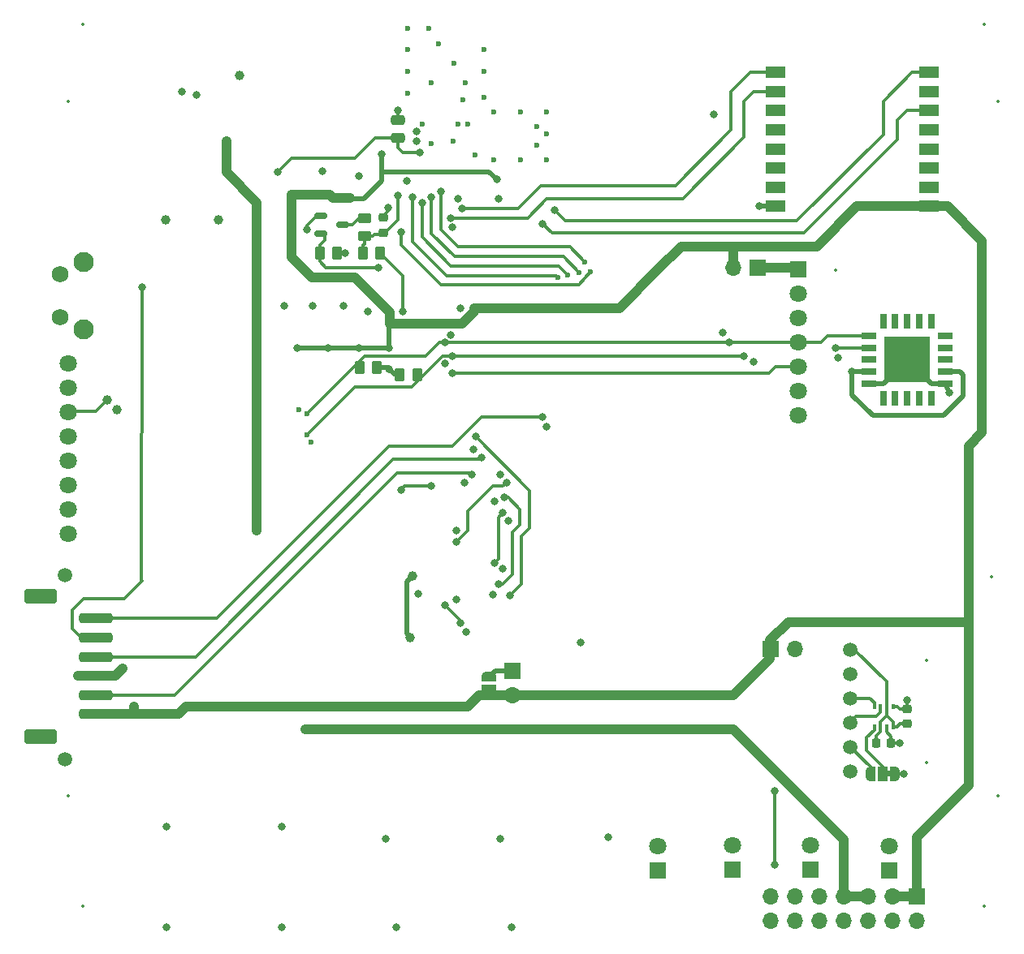
<source format=gbl>
%TF.GenerationSoftware,KiCad,Pcbnew,7.0.9*%
%TF.CreationDate,2024-07-22T23:00:39+02:00*%
%TF.ProjectId,EnvSensor-Main-v2.1,456e7653-656e-4736-9f72-2d4d61696e2d,rev?*%
%TF.SameCoordinates,Original*%
%TF.FileFunction,Copper,L4,Bot*%
%TF.FilePolarity,Positive*%
%FSLAX46Y46*%
G04 Gerber Fmt 4.6, Leading zero omitted, Abs format (unit mm)*
G04 Created by KiCad (PCBNEW 7.0.9) date 2024-07-22 23:00:39*
%MOMM*%
%LPD*%
G01*
G04 APERTURE LIST*
G04 Aperture macros list*
%AMRoundRect*
0 Rectangle with rounded corners*
0 $1 Rounding radius*
0 $2 $3 $4 $5 $6 $7 $8 $9 X,Y pos of 4 corners*
0 Add a 4 corners polygon primitive as box body*
4,1,4,$2,$3,$4,$5,$6,$7,$8,$9,$2,$3,0*
0 Add four circle primitives for the rounded corners*
1,1,$1+$1,$2,$3*
1,1,$1+$1,$4,$5*
1,1,$1+$1,$6,$7*
1,1,$1+$1,$8,$9*
0 Add four rect primitives between the rounded corners*
20,1,$1+$1,$2,$3,$4,$5,0*
20,1,$1+$1,$4,$5,$6,$7,0*
20,1,$1+$1,$6,$7,$8,$9,0*
20,1,$1+$1,$8,$9,$2,$3,0*%
%AMFreePoly0*
4,1,19,0.550000,-0.750000,0.000000,-0.750000,0.000000,-0.744911,-0.071157,-0.744911,-0.207708,-0.704816,-0.327430,-0.627875,-0.420627,-0.520320,-0.479746,-0.390866,-0.500000,-0.250000,-0.500000,0.250000,-0.479746,0.390866,-0.420627,0.520320,-0.327430,0.627875,-0.207708,0.704816,-0.071157,0.744911,0.000000,0.744911,0.000000,0.750000,0.550000,0.750000,0.550000,-0.750000,0.550000,-0.750000,
$1*%
%AMFreePoly1*
4,1,19,0.000000,0.744911,0.071157,0.744911,0.207708,0.704816,0.327430,0.627875,0.420627,0.520320,0.479746,0.390866,0.500000,0.250000,0.500000,-0.250000,0.479746,-0.390866,0.420627,-0.520320,0.327430,-0.627875,0.207708,-0.704816,0.071157,-0.744911,0.000000,-0.744911,0.000000,-0.750000,-0.550000,-0.750000,-0.550000,0.750000,0.000000,0.750000,0.000000,0.744911,0.000000,0.744911,
$1*%
%AMFreePoly2*
4,1,19,0.500000,-0.750000,0.000000,-0.750000,0.000000,-0.744911,-0.071157,-0.744911,-0.207708,-0.704816,-0.327430,-0.627875,-0.420627,-0.520320,-0.479746,-0.390866,-0.500000,-0.250000,-0.500000,0.250000,-0.479746,0.390866,-0.420627,0.520320,-0.327430,0.627875,-0.207708,0.704816,-0.071157,0.744911,0.000000,0.744911,0.000000,0.750000,0.500000,0.750000,0.500000,-0.750000,0.500000,-0.750000,
$1*%
%AMFreePoly3*
4,1,19,0.000000,0.744911,0.071157,0.744911,0.207708,0.704816,0.327430,0.627875,0.420627,0.520320,0.479746,0.390866,0.500000,0.250000,0.500000,-0.250000,0.479746,-0.390866,0.420627,-0.520320,0.327430,-0.627875,0.207708,-0.704816,0.071157,-0.744911,0.000000,-0.744911,0.000000,-0.750000,-0.500000,-0.750000,-0.500000,0.750000,0.000000,0.750000,0.000000,0.744911,0.000000,0.744911,
$1*%
G04 Aperture macros list end*
%TA.AperFunction,ComponentPad*%
%ADD10R,1.700000X1.700000*%
%TD*%
%TA.AperFunction,ComponentPad*%
%ADD11O,1.700000X1.700000*%
%TD*%
%TA.AperFunction,ComponentPad*%
%ADD12R,1.800000X1.800000*%
%TD*%
%TA.AperFunction,ComponentPad*%
%ADD13C,1.800000*%
%TD*%
%TA.AperFunction,ComponentPad*%
%ADD14C,1.500000*%
%TD*%
%TA.AperFunction,ComponentPad*%
%ADD15C,2.100000*%
%TD*%
%TA.AperFunction,ComponentPad*%
%ADD16C,1.750000*%
%TD*%
%TA.AperFunction,SMDPad,CuDef*%
%ADD17RoundRect,0.150000X-0.512500X-0.150000X0.512500X-0.150000X0.512500X0.150000X-0.512500X0.150000X0*%
%TD*%
%TA.AperFunction,SMDPad,CuDef*%
%ADD18R,0.350000X0.500000*%
%TD*%
%TA.AperFunction,SMDPad,CuDef*%
%ADD19FreePoly0,180.000000*%
%TD*%
%TA.AperFunction,SMDPad,CuDef*%
%ADD20R,1.000000X1.500000*%
%TD*%
%TA.AperFunction,SMDPad,CuDef*%
%ADD21FreePoly1,180.000000*%
%TD*%
%TA.AperFunction,SMDPad,CuDef*%
%ADD22RoundRect,0.250000X0.262500X0.450000X-0.262500X0.450000X-0.262500X-0.450000X0.262500X-0.450000X0*%
%TD*%
%TA.AperFunction,SMDPad,CuDef*%
%ADD23FreePoly2,90.000000*%
%TD*%
%TA.AperFunction,SMDPad,CuDef*%
%ADD24FreePoly3,90.000000*%
%TD*%
%TA.AperFunction,SMDPad,CuDef*%
%ADD25RoundRect,0.250000X0.450000X-0.262500X0.450000X0.262500X-0.450000X0.262500X-0.450000X-0.262500X0*%
%TD*%
%TA.AperFunction,SMDPad,CuDef*%
%ADD26RoundRect,0.250000X-0.475000X0.250000X-0.475000X-0.250000X0.475000X-0.250000X0.475000X0.250000X0*%
%TD*%
%TA.AperFunction,SMDPad,CuDef*%
%ADD27RoundRect,0.225000X0.250000X-0.225000X0.250000X0.225000X-0.250000X0.225000X-0.250000X-0.225000X0*%
%TD*%
%TA.AperFunction,SMDPad,CuDef*%
%ADD28RoundRect,0.250000X-0.262500X-0.450000X0.262500X-0.450000X0.262500X0.450000X-0.262500X0.450000X0*%
%TD*%
%TA.AperFunction,SMDPad,CuDef*%
%ADD29RoundRect,0.250000X1.500000X-0.250000X1.500000X0.250000X-1.500000X0.250000X-1.500000X-0.250000X0*%
%TD*%
%TA.AperFunction,SMDPad,CuDef*%
%ADD30RoundRect,0.250001X1.449999X-0.499999X1.449999X0.499999X-1.449999X0.499999X-1.449999X-0.499999X0*%
%TD*%
%TA.AperFunction,SMDPad,CuDef*%
%ADD31R,0.800000X1.500000*%
%TD*%
%TA.AperFunction,SMDPad,CuDef*%
%ADD32R,1.500000X0.800000*%
%TD*%
%TA.AperFunction,SMDPad,CuDef*%
%ADD33R,4.800000X4.800000*%
%TD*%
%TA.AperFunction,SMDPad,CuDef*%
%ADD34RoundRect,0.225000X-0.225000X-0.250000X0.225000X-0.250000X0.225000X0.250000X-0.225000X0.250000X0*%
%TD*%
%TA.AperFunction,SMDPad,CuDef*%
%ADD35R,2.000000X1.200000*%
%TD*%
%TA.AperFunction,ViaPad*%
%ADD36C,0.800000*%
%TD*%
%TA.AperFunction,ViaPad*%
%ADD37C,1.000000*%
%TD*%
%TA.AperFunction,ViaPad*%
%ADD38C,0.600000*%
%TD*%
%TA.AperFunction,Conductor*%
%ADD39C,1.000000*%
%TD*%
%TA.AperFunction,Conductor*%
%ADD40C,0.500000*%
%TD*%
%TA.AperFunction,Conductor*%
%ADD41C,0.300000*%
%TD*%
%ADD42C,0.350000*%
%ADD43C,0.300000*%
G04 APERTURE END LIST*
%TA.AperFunction,EtchedComponent*%
%TO.C,JP3*%
G36*
X108350000Y-102500000D02*
G01*
X107850000Y-102500000D01*
X107850000Y-101900000D01*
X108350000Y-101900000D01*
X108350000Y-102500000D01*
G37*
%TD.AperFunction*%
%TD*%
D10*
%TO.P,J1,1,Pin_1*%
%TO.N,+3V3*%
X95725000Y-89175000D03*
D11*
%TO.P,J1,2,Pin_2*%
%TO.N,/BMP280_VCC*%
X98265000Y-89175000D03*
%TD*%
D10*
%TO.P,J4,1,Pin_1*%
%TO.N,Net-(J4-Pin_1)*%
X68800000Y-91460000D03*
D11*
%TO.P,J4,2,Pin_2*%
%TO.N,+3V3*%
X68800000Y-94000000D03*
%TD*%
D12*
%TO.P,D2,1,K*%
%TO.N,GND*%
X84000000Y-112275000D03*
D13*
%TO.P,D2,2,A*%
%TO.N,Net-(D1-A)*%
X84000000Y-109735000D03*
%TD*%
D14*
%TO.P,H5,1*%
%TO.N,N/C*%
X22200000Y-100700000D03*
%TD*%
D15*
%TO.P,SW1,*%
%TO.N,*%
X24165000Y-55800000D03*
X24165000Y-48790000D03*
D16*
%TO.P,SW1,1,1*%
%TO.N,GND*%
X21675000Y-54550000D03*
%TO.P,SW1,2,2*%
%TO.N,NRST*%
X21675000Y-50050000D03*
%TD*%
D12*
%TO.P,D4,1,K*%
%TO.N,GND*%
X91800000Y-112200000D03*
D13*
%TO.P,D4,2,A*%
%TO.N,Net-(D3-A)*%
X91800000Y-109660000D03*
%TD*%
D14*
%TO.P,H6,1*%
%TO.N,N/C*%
X22200000Y-81500000D03*
%TD*%
D13*
%TO.P,U7,8,BUSY*%
%TO.N,E_INK_BUSY*%
X22500000Y-77180000D03*
%TO.P,U7,7,RST*%
%TO.N,E_INK_RESET*%
X22500000Y-74640000D03*
%TO.P,U7,6,DC*%
%TO.N,E_INK_DC*%
X22500000Y-72100000D03*
%TO.P,U7,5,CS*%
%TO.N,E_INK_SELECT*%
X22500000Y-69560000D03*
%TO.P,U7,4,CLK*%
%TO.N,SCK*%
X22500000Y-67020000D03*
%TO.P,U7,3,DIN*%
%TO.N,MOSI*%
X22500000Y-64480000D03*
%TO.P,U7,2,GND*%
%TO.N,GND*%
X22500000Y-61940000D03*
%TO.P,U7,1,VDD*%
%TO.N,+3V3*%
X22500000Y-59400000D03*
%TD*%
D10*
%TO.P,J2,1,Pin_1*%
%TO.N,/SCD_POWER*%
X94400000Y-49400000D03*
D11*
%TO.P,J2,2,Pin_2*%
%TO.N,+3V3*%
X91860000Y-49400000D03*
%TD*%
D12*
%TO.P,D6,1,K*%
%TO.N,GND*%
X99912500Y-112200000D03*
D13*
%TO.P,D6,2,A*%
%TO.N,Net-(D5-A)*%
X99912500Y-109660000D03*
%TD*%
D12*
%TO.P,D8,1,K*%
%TO.N,GND*%
X108136250Y-112275000D03*
D13*
%TO.P,D8,2,A*%
%TO.N,Net-(D7-A)*%
X108136250Y-109735000D03*
%TD*%
D17*
%TO.P,Q2,1,G*%
%TO.N,BATTERY_MEASURE_ENABLE*%
X48860000Y-45850000D03*
%TO.P,Q2,2,S*%
%TO.N,GND*%
X48860000Y-43950000D03*
%TO.P,Q2,3,D*%
%TO.N,Net-(Q2-D)*%
X51135000Y-44900000D03*
%TD*%
D18*
%TO.P,U2,1,GND*%
%TO.N,GND*%
X108500000Y-95225000D03*
%TO.P,U2,2,CSB*%
%TO.N,/BMP280_VCC*%
X107850000Y-95225000D03*
%TO.P,U2,3,SDI*%
%TO.N,SDA*%
X107200000Y-95225000D03*
%TO.P,U2,4,SCK*%
%TO.N,SCL*%
X106550000Y-95225000D03*
%TO.P,U2,5,SDO*%
%TO.N,Net-(JP3-C)*%
X106550000Y-97275000D03*
%TO.P,U2,6,VDDIO*%
%TO.N,/BMP280_VCC*%
X107200000Y-97275000D03*
%TO.P,U2,7,GND*%
%TO.N,GND*%
X107850000Y-97275000D03*
%TO.P,U2,8,VDD*%
%TO.N,/BMP280_VCC*%
X108500000Y-97275000D03*
%TD*%
D19*
%TO.P,JP3,1,A*%
%TO.N,GND*%
X108750000Y-102200000D03*
D20*
%TO.P,JP3,2,C*%
%TO.N,Net-(JP3-C)*%
X107450000Y-102200000D03*
D21*
%TO.P,JP3,3,B*%
%TO.N,/BMP280_VCC*%
X106150000Y-102200000D03*
%TD*%
D22*
%TO.P,R22,1*%
%TO.N,+BATT*%
X55060000Y-47900000D03*
%TO.P,R22,2*%
%TO.N,BATTERY_MEASURE_INPUT*%
X53235000Y-47900000D03*
%TD*%
D23*
%TO.P,JP4,1,1*%
%TO.N,+3V3*%
X66400000Y-93400000D03*
D24*
%TO.P,JP4,2,2*%
%TO.N,Net-(J4-Pin_1)*%
X66400000Y-92100000D03*
%TD*%
D25*
%TO.P,R23,1*%
%TO.N,BATTERY_MEASURE_INPUT*%
X53397500Y-46062500D03*
%TO.P,R23,2*%
%TO.N,Net-(Q2-D)*%
X53397500Y-44237500D03*
%TD*%
D26*
%TO.P,C11,1*%
%TO.N,GND*%
X56897500Y-33950000D03*
%TO.P,C11,2*%
%TO.N,NRST*%
X56897500Y-35850000D03*
%TD*%
D27*
%TO.P,C22,1*%
%TO.N,BATTERY_MEASURE_INPUT*%
X55397500Y-45725000D03*
%TO.P,C22,2*%
%TO.N,GND*%
X55397500Y-44175000D03*
%TD*%
D12*
%TO.P,U3,1,VDD*%
%TO.N,/SCD_POWER*%
X98650000Y-49550000D03*
D13*
%TO.P,U3,2,GND*%
%TO.N,GND*%
X98650000Y-52090000D03*
%TO.P,U3,3,TX/SCL*%
%TO.N,SCL*%
X98650000Y-54630000D03*
%TO.P,U3,4,RX/SDA*%
%TO.N,SDA*%
X98650000Y-57170000D03*
%TO.P,U3,5,RDY*%
%TO.N,SCD30_READY*%
X98650000Y-59710000D03*
%TO.P,U3,6,PWM*%
%TO.N,unconnected-(U3-PWM-Pad6)*%
X98650000Y-62250000D03*
%TO.P,U3,7,SEL*%
%TO.N,GND*%
X98650000Y-64790000D03*
%TD*%
D28*
%TO.P,R9,1*%
%TO.N,SDA*%
X52887500Y-59800000D03*
%TO.P,R9,2*%
%TO.N,+3V3*%
X54712500Y-59800000D03*
%TD*%
D29*
%TO.P,J6,1,Pin_1*%
%TO.N,+3V3*%
X25400000Y-96000000D03*
%TO.P,J6,2,Pin_2*%
%TO.N,SWCLK*%
X25400000Y-94000000D03*
%TO.P,J6,3,Pin_3*%
%TO.N,GND*%
X25400000Y-92000000D03*
%TO.P,J6,4,Pin_4*%
%TO.N,SWDIO*%
X25400000Y-90000000D03*
%TO.P,J6,5,Pin_5*%
%TO.N,NRST*%
X25400000Y-88000000D03*
%TO.P,J6,6,Pin_6*%
%TO.N,SWO*%
X25400000Y-86000000D03*
D30*
%TO.P,J6,MP*%
%TO.N,N/C*%
X19650000Y-98350000D03*
X19650000Y-83650000D03*
%TD*%
D22*
%TO.P,R8,1*%
%TO.N,SCL*%
X58912500Y-60600000D03*
%TO.P,R8,2*%
%TO.N,+3V3*%
X57087500Y-60600000D03*
%TD*%
D31*
%TO.P,U4,1*%
%TO.N,N/C*%
X112500000Y-63000000D03*
%TO.P,U4,2*%
X111250000Y-63000000D03*
%TO.P,U4,3*%
X110000000Y-63000000D03*
%TO.P,U4,4*%
X108750000Y-63000000D03*
%TO.P,U4,5*%
X107500000Y-63000000D03*
D32*
%TO.P,U4,6,GND*%
%TO.N,GND*%
X106000000Y-61500000D03*
%TO.P,U4,7,VDD*%
%TO.N,/SCD_POWER*%
X106000000Y-60250000D03*
%TO.P,U4,8*%
%TO.N,N/C*%
X106000000Y-59000000D03*
%TO.P,U4,9,SCL*%
%TO.N,SCL*%
X106000000Y-57750000D03*
%TO.P,U4,10,SDA*%
%TO.N,SDA*%
X106000000Y-56500000D03*
D31*
%TO.P,U4,11*%
%TO.N,N/C*%
X107500000Y-55000000D03*
%TO.P,U4,12*%
X108750000Y-55000000D03*
%TO.P,U4,13*%
X110000000Y-55000000D03*
%TO.P,U4,14*%
X111250000Y-55000000D03*
%TO.P,U4,15*%
X112500000Y-55000000D03*
D32*
%TO.P,U4,16*%
X114000000Y-56500000D03*
%TO.P,U4,17*%
X114000000Y-57750000D03*
%TO.P,U4,18*%
X114000000Y-59000000D03*
%TO.P,U4,19,VDDH*%
%TO.N,/SCD_POWER*%
X114000000Y-60250000D03*
%TO.P,U4,20,GND*%
%TO.N,GND*%
X114000000Y-61500000D03*
D33*
%TO.P,U4,21,GND*%
X110000000Y-59000000D03*
%TD*%
D27*
%TO.P,C8,1*%
%TO.N,/BMP280_VCC*%
X110000000Y-97000000D03*
%TO.P,C8,2*%
%TO.N,GND*%
X110000000Y-95450000D03*
%TD*%
D34*
%TO.P,C9,1*%
%TO.N,/BMP280_VCC*%
X106750000Y-98975000D03*
%TO.P,C9,2*%
%TO.N,GND*%
X108300000Y-98975000D03*
%TD*%
D14*
%TO.P,U1,1,VDD*%
%TO.N,/BMP280_VCC*%
X104052500Y-89242500D03*
%TO.P,U1,2,GND*%
%TO.N,GND*%
X104052500Y-91782500D03*
%TO.P,U1,3,SCL*%
%TO.N,SCL*%
X104052500Y-94322500D03*
%TO.P,U1,4,SDA*%
%TO.N,SDA*%
X104052500Y-96862500D03*
%TO.P,U1,5,CSB*%
%TO.N,/BMP280_VCC*%
X104052500Y-99402500D03*
%TO.P,U1,6,SDO*%
%TO.N,GND*%
X104052500Y-101942500D03*
%TD*%
D28*
%TO.P,R24,1*%
%TO.N,BATTERY_MEASURE_ENABLE*%
X48735000Y-47900000D03*
%TO.P,R24,2*%
%TO.N,GND*%
X50560000Y-47900000D03*
%TD*%
D35*
%TO.P,U6,1,Reset*%
%TO.N,WIFI_RESET*%
X112250000Y-29000000D03*
%TO.P,U6,2,ADC*%
%TO.N,unconnected-(U6-ADC-Pad2)*%
X112250000Y-31000000D03*
%TO.P,U6,3,EN*%
%TO.N,WIFI_ENABLE*%
X112250000Y-33000000D03*
%TO.P,U6,4,IO16*%
%TO.N,unconnected-(U6-IO16-Pad4)*%
X112250000Y-35000000D03*
%TO.P,U6,5,IO14*%
%TO.N,unconnected-(U6-IO14-Pad5)*%
X112250000Y-37000000D03*
%TO.P,U6,6,IO12*%
%TO.N,unconnected-(U6-IO12-Pad6)*%
X112250000Y-39000000D03*
%TO.P,U6,7,IO13*%
%TO.N,unconnected-(U6-IO13-Pad7)*%
X112250000Y-41000000D03*
%TO.P,U6,8,VCC*%
%TO.N,+3V3*%
X112250000Y-43000000D03*
%TO.P,U6,9,GND*%
%TO.N,GND*%
X96250000Y-43000000D03*
%TO.P,U6,10,IO15*%
%TO.N,unconnected-(U6-IO15-Pad10)*%
X96250000Y-41000000D03*
%TO.P,U6,11,IO2*%
%TO.N,unconnected-(U6-IO2-Pad11)*%
X96250000Y-39000000D03*
%TO.P,U6,12,IO0*%
%TO.N,unconnected-(U6-IO0-Pad12)*%
X96250000Y-37000000D03*
%TO.P,U6,13,IO4*%
%TO.N,unconnected-(U6-IO4-Pad13)*%
X96250000Y-35000000D03*
%TO.P,U6,14,IO5*%
%TO.N,unconnected-(U6-IO5-Pad14)*%
X96250000Y-33000000D03*
%TO.P,U6,15,RXD0*%
%TO.N,WIFI_RX*%
X96250000Y-31000000D03*
%TO.P,U6,16,TXD0*%
%TO.N,WFI_TX*%
X96250000Y-29000000D03*
%TD*%
D10*
%TO.P,J8,1,Pin_1*%
%TO.N,+3V3*%
X111000000Y-115000000D03*
D11*
%TO.P,J8,2,Pin_2*%
%TO.N,GND*%
X111000000Y-117540000D03*
%TO.P,J8,3,Pin_3*%
%TO.N,+3V3*%
X108460000Y-115000000D03*
%TO.P,J8,4,Pin_4*%
%TO.N,GND*%
X108460000Y-117540000D03*
%TO.P,J8,5,Pin_5*%
%TO.N,+5V*%
X105920000Y-115000000D03*
%TO.P,J8,6,Pin_6*%
%TO.N,GND*%
X105920000Y-117540000D03*
%TO.P,J8,7,Pin_7*%
%TO.N,+5V*%
X103380000Y-115000000D03*
%TO.P,J8,8,Pin_8*%
%TO.N,GND*%
X103380000Y-117540000D03*
%TO.P,J8,9,Pin_9*%
%TO.N,POWER_5V_ENABLE*%
X100840000Y-115000000D03*
%TO.P,J8,10,Pin_10*%
%TO.N,GND*%
X100840000Y-117540000D03*
%TO.P,J8,11,Pin_11*%
%TO.N,+BATT*%
X98300000Y-115000000D03*
%TO.P,J8,12,Pin_12*%
%TO.N,GND*%
X98300000Y-117540000D03*
%TO.P,J8,13,Pin_13*%
%TO.N,VBUS*%
X95760000Y-115000000D03*
%TO.P,J8,14,Pin_14*%
%TO.N,GND*%
X95760000Y-117540000D03*
%TD*%
D36*
%TO.N,+3V3*%
X52397500Y-50400000D03*
X67200000Y-40200000D03*
X51897500Y-42150000D03*
D37*
X45800000Y-41800000D03*
D36*
X52800000Y-57800000D03*
X50147500Y-42150000D03*
X55197500Y-37550000D03*
X46400000Y-57800000D03*
X49600000Y-57800000D03*
X64841117Y-53600000D03*
X56000000Y-57800000D03*
X56000000Y-60000000D03*
D37*
X29400000Y-95200000D03*
D36*
%TO.N,GND*%
X109600000Y-102200000D03*
X56897500Y-33000000D03*
D38*
X72397500Y-33150000D03*
D36*
X114400000Y-62400000D03*
X90800000Y-56200000D03*
X58800000Y-35200000D03*
X109200000Y-99000000D03*
D38*
X63647500Y-31900000D03*
D37*
X27600000Y-64200000D03*
D38*
X65897500Y-26650000D03*
D36*
X57800000Y-40350000D03*
D38*
X72397500Y-35400000D03*
X57897500Y-26650000D03*
D36*
X63800000Y-71800000D03*
D38*
X46600000Y-64200000D03*
D36*
X63000000Y-84000000D03*
D38*
X63147500Y-34400000D03*
D36*
X63000000Y-76800000D03*
X72400000Y-66000000D03*
D38*
X47800000Y-67600000D03*
X71397500Y-34650000D03*
D36*
X102800000Y-58800000D03*
X67000000Y-73800000D03*
X68400000Y-75800000D03*
D38*
X66897500Y-38150000D03*
D36*
X110000000Y-94500000D03*
X49000000Y-39350000D03*
X62600000Y-45200000D03*
X34400000Y-31000000D03*
D38*
X65897500Y-31650000D03*
X61147500Y-26062500D03*
X60147500Y-24400000D03*
D36*
X51397500Y-47900000D03*
X78800000Y-108800000D03*
D38*
X71397500Y-36650000D03*
D36*
X48000000Y-53400000D03*
D38*
X60397500Y-36400000D03*
D37*
X38150000Y-44400000D03*
X28200000Y-91200000D03*
D36*
X67800000Y-80800000D03*
X58800000Y-36200000D03*
X62400000Y-56400000D03*
X94600000Y-43000000D03*
X61800000Y-59400000D03*
X94000000Y-59200000D03*
D38*
X62717000Y-28062500D03*
X69647500Y-38150000D03*
X59397500Y-34400000D03*
D36*
X55600000Y-109000000D03*
D38*
X72397500Y-38150000D03*
X57897500Y-28900000D03*
D36*
X55897500Y-43150000D03*
X68750000Y-118250000D03*
X67600000Y-109000000D03*
X67400000Y-42200000D03*
D37*
X32650000Y-44400000D03*
D36*
X64000000Y-87400000D03*
D37*
X40400000Y-29350000D03*
D38*
X65897500Y-28900000D03*
D36*
X89800000Y-33400000D03*
D38*
X57897500Y-24400000D03*
X63897500Y-30062500D03*
D36*
X56750000Y-118250000D03*
D38*
X60397500Y-30062500D03*
X64147500Y-34400000D03*
D36*
X32750000Y-118250000D03*
X53775000Y-54000000D03*
X75965000Y-88525000D03*
D38*
X66897500Y-33150000D03*
D36*
X44750000Y-118250000D03*
X64800000Y-68400000D03*
X45000000Y-53400000D03*
X47400000Y-45400000D03*
D38*
X64897500Y-37650000D03*
D36*
X51200000Y-53400000D03*
X52800000Y-39800000D03*
D38*
X57897500Y-31150000D03*
D37*
X23550000Y-92000000D03*
D36*
X44750000Y-107750000D03*
X66800000Y-83500000D03*
X32750000Y-107750000D03*
X63200000Y-42200000D03*
X35887500Y-31337500D03*
D38*
X62647500Y-36150000D03*
D36*
X58969500Y-83400000D03*
X67600000Y-71000000D03*
D38*
X69647500Y-33150000D03*
D36*
X63395217Y-53600000D03*
%TO.N,NRST*%
X44400000Y-39400000D03*
X30200000Y-51400000D03*
X59147500Y-37400000D03*
D37*
%TO.N,/SD_3V3*%
X58400000Y-81600000D03*
X58200000Y-88000000D03*
D36*
%TO.N,LED_1*%
X58400000Y-42000000D03*
D38*
X73600000Y-50400000D03*
%TO.N,LED_2*%
X74622222Y-50177778D03*
D36*
X59400000Y-42600000D03*
D38*
%TO.N,LED_3*%
X75800000Y-49900000D03*
D36*
X60400000Y-42000000D03*
D38*
%TO.N,LED_4*%
X76400000Y-48800000D03*
D36*
X61400000Y-41400000D03*
%TO.N,/SCD_POWER*%
X104250000Y-60250000D03*
D37*
%TO.N,+5V*%
X42200000Y-76800000D03*
X39000000Y-36200000D03*
X47200000Y-97600000D03*
D36*
%TO.N,SDIO_DATA3*%
X68200000Y-71800000D03*
X63000000Y-78000000D03*
%TO.N,SDIO_CMD*%
X67800000Y-75000000D03*
X67000000Y-80200000D03*
%TO.N,SDIO_CLK*%
X67400000Y-82400000D03*
X67975000Y-73375000D03*
%TO.N,SDIO_DATA1*%
X61800000Y-84600000D03*
X63400000Y-86502817D03*
%TO.N,SDIO_DETECT*%
X65000000Y-67000000D03*
X68600000Y-83600000D03*
%TO.N,SWCLK*%
X64600000Y-71000000D03*
%TO.N,SWDIO*%
X65600000Y-69200000D03*
%TO.N,SWO*%
X72000000Y-65000000D03*
%TO.N,SDA*%
X61800000Y-57200000D03*
X91400000Y-57170000D03*
D38*
X47400000Y-64600000D03*
D36*
%TO.N,SCL*%
X93000000Y-58600000D03*
X102500000Y-57750000D03*
D38*
X47400000Y-66800000D03*
D36*
X62600000Y-58600000D03*
%TO.N,SDIO_POWER_ENABLE*%
X60400000Y-72200000D03*
X57200000Y-72600000D03*
%TO.N,SCD30_READY*%
X62600000Y-60400000D03*
D37*
%TO.N,MOSI*%
X26600000Y-63200000D03*
D38*
%TO.N,POWER_5V_ENABLE*%
X77000000Y-49800000D03*
D36*
X57200000Y-45650000D03*
%TO.N,WIFI_RX*%
X62400000Y-44200000D03*
%TO.N,WFI_TX*%
X63600000Y-43200000D03*
%TO.N,WIFI_RESET*%
X73200000Y-43400000D03*
%TO.N,WIFI_ENABLE*%
X72000000Y-44800000D03*
%TO.N,BATTERY_MEASURE_ENABLE*%
X54897500Y-49380001D03*
%TO.N,+BATT*%
X57400000Y-54000000D03*
%TO.N,BATTERY_MEASURE_INPUT*%
X56897500Y-41900000D03*
%TO.N,Net-(D1-K)*%
X96200000Y-104000000D03*
X96200000Y-111737500D03*
%TD*%
D39*
%TO.N,+3V3*%
X111000000Y-108800000D02*
X111000000Y-115000000D01*
X45800000Y-41800000D02*
X49797500Y-41800000D01*
X50147500Y-42150000D02*
X51897500Y-42150000D01*
D40*
X55197500Y-37550000D02*
X55197500Y-40350000D01*
X52097500Y-42200000D02*
X51897500Y-42400000D01*
X56600000Y-60600000D02*
X56000000Y-60000000D01*
D39*
X112250000Y-43000000D02*
X114200000Y-43000000D01*
D40*
X56000000Y-57800000D02*
X56000000Y-57000000D01*
D39*
X64841117Y-53600000D02*
X80000000Y-53600000D01*
X80000000Y-53600000D02*
X84000000Y-49600000D01*
X47897500Y-50400000D02*
X52397500Y-50400000D01*
D40*
X56000000Y-57000000D02*
X56000000Y-55217498D01*
D39*
X52400000Y-50400000D02*
X52397500Y-50400000D01*
X56017498Y-54017498D02*
X52400000Y-50400000D01*
X65400000Y-94000000D02*
X68800000Y-94000000D01*
D40*
X57087500Y-60600000D02*
X56600000Y-60600000D01*
D39*
X64200000Y-95200000D02*
X65400000Y-94000000D01*
X45800000Y-48302500D02*
X47897500Y-50400000D01*
D40*
X52800000Y-57800000D02*
X56000000Y-57800000D01*
D39*
X68800000Y-94000000D02*
X91880000Y-94000000D01*
X114200000Y-43000000D02*
X117800000Y-46600000D01*
X97600000Y-86400000D02*
X95710000Y-88290000D01*
X34000000Y-96000000D02*
X34800000Y-95200000D01*
X100550000Y-47200000D02*
X104750000Y-43000000D01*
X116400000Y-103400000D02*
X116400000Y-86400000D01*
X91860000Y-49400000D02*
X91860000Y-47340000D01*
X29400000Y-96000000D02*
X26850000Y-96000000D01*
X95710000Y-88290000D02*
X95710000Y-89250000D01*
X117800000Y-46600000D02*
X117800000Y-66600000D01*
X64841117Y-53958883D02*
X63600000Y-55200000D01*
X92000000Y-47200000D02*
X100550000Y-47200000D01*
X29400000Y-96000000D02*
X34000000Y-96000000D01*
D40*
X53347500Y-42200000D02*
X52097500Y-42200000D01*
D39*
X91880000Y-94000000D02*
X95710000Y-90170000D01*
X108460000Y-115000000D02*
X111000000Y-115000000D01*
D40*
X55800000Y-59800000D02*
X56000000Y-60000000D01*
X67200000Y-40200000D02*
X66400000Y-39400000D01*
D39*
X29400000Y-96000000D02*
X29400000Y-95200000D01*
X45800000Y-41800000D02*
X45800000Y-48302500D01*
X111000000Y-108800000D02*
X116400000Y-103400000D01*
X86400000Y-47200000D02*
X84000000Y-49600000D01*
D40*
X66400000Y-39400000D02*
X55197500Y-39400000D01*
D39*
X91860000Y-47340000D02*
X92000000Y-47200000D01*
X95710000Y-90170000D02*
X95710000Y-89250000D01*
X116400000Y-86400000D02*
X97600000Y-86400000D01*
X64841117Y-53600000D02*
X64841117Y-53958883D01*
X49797500Y-41800000D02*
X50147500Y-42150000D01*
D40*
X54712500Y-59800000D02*
X55800000Y-59800000D01*
D39*
X63600000Y-55200000D02*
X56017498Y-55200000D01*
X34800000Y-95200000D02*
X64200000Y-95200000D01*
D40*
X46400000Y-57800000D02*
X52800000Y-57800000D01*
D39*
X116400000Y-68000000D02*
X117800000Y-66600000D01*
D40*
X55197500Y-40350000D02*
X53347500Y-42200000D01*
D39*
X104750000Y-43000000D02*
X112250000Y-43000000D01*
X56017498Y-55200000D02*
X56017498Y-54017498D01*
X116400000Y-86400000D02*
X116400000Y-68000000D01*
X86400000Y-47200000D02*
X92000000Y-47200000D01*
D40*
X56000000Y-55217498D02*
X56017498Y-55200000D01*
D41*
%TO.N,GND*%
X55897500Y-43500000D02*
X55897500Y-43150000D01*
X108300000Y-98975000D02*
X108975000Y-98975000D01*
X110000000Y-95450000D02*
X110000000Y-94500000D01*
X48450000Y-43950000D02*
X49272500Y-43950000D01*
X108975000Y-95225000D02*
X109200000Y-95450000D01*
D40*
X96250000Y-43000000D02*
X94600000Y-43000000D01*
D41*
X108750000Y-102200000D02*
X109600000Y-102200000D01*
D40*
X107500000Y-61500000D02*
X110000000Y-59000000D01*
D39*
X28200000Y-91200000D02*
X27400000Y-92000000D01*
D41*
X47400000Y-45000000D02*
X48450000Y-43950000D01*
X108300000Y-98300000D02*
X107850000Y-97850000D01*
D40*
X112500000Y-61500000D02*
X110000000Y-59000000D01*
D39*
X27400000Y-92000000D02*
X24700000Y-92000000D01*
D40*
X114000000Y-61500000D02*
X112500000Y-61500000D01*
D41*
X109200000Y-95450000D02*
X110000000Y-95450000D01*
X108500000Y-95225000D02*
X108975000Y-95225000D01*
X56897500Y-33950000D02*
X56897500Y-33150000D01*
X55397500Y-44000000D02*
X55897500Y-43500000D01*
D40*
X114000000Y-61500000D02*
X114400000Y-62400000D01*
D41*
X108975000Y-98975000D02*
X109000000Y-99000000D01*
D39*
X25800000Y-92000000D02*
X23550000Y-92000000D01*
D40*
X106000000Y-61500000D02*
X107500000Y-61500000D01*
D41*
X51397500Y-47900000D02*
X50560000Y-47900000D01*
X47400000Y-45400000D02*
X47400000Y-45000000D01*
X108300000Y-98975000D02*
X108300000Y-98300000D01*
X107850000Y-97850000D02*
X107850000Y-97275000D01*
%TO.N,/BMP280_VCC*%
X108500000Y-97275000D02*
X108500000Y-96800000D01*
X106150000Y-101750000D02*
X106150000Y-101500000D01*
X109250000Y-97000000D02*
X110000000Y-97000000D01*
X107200000Y-97275000D02*
X107200000Y-96800000D01*
X108975000Y-97275000D02*
X109250000Y-97000000D01*
X104052500Y-89242500D02*
X104492500Y-89242500D01*
X107200000Y-97800000D02*
X107200000Y-97275000D01*
X107850000Y-96150000D02*
X107850000Y-95225000D01*
X106150000Y-101500000D02*
X104052500Y-99402500D01*
X107200000Y-96800000D02*
X107850000Y-96150000D01*
X108500000Y-96800000D02*
X107850000Y-96150000D01*
X107850000Y-92600000D02*
X107850000Y-95225000D01*
X106750000Y-98975000D02*
X106750000Y-98250000D01*
X108500000Y-97275000D02*
X108975000Y-97275000D01*
X106750000Y-98250000D02*
X107200000Y-97800000D01*
X104492500Y-89242500D02*
X107850000Y-92600000D01*
%TO.N,NRST*%
X57397500Y-37400000D02*
X59147500Y-37400000D01*
X44400000Y-39400000D02*
X45800000Y-38000000D01*
X54550000Y-35850000D02*
X56897500Y-35850000D01*
X24150000Y-83900000D02*
X28400000Y-83900000D01*
X56897500Y-35850000D02*
X56897500Y-36900000D01*
X22950000Y-85100000D02*
X24150000Y-83900000D01*
X28400000Y-83900000D02*
X30200000Y-82100000D01*
X30150000Y-82150000D02*
X30200000Y-51400000D01*
X52400000Y-38000000D02*
X54550000Y-35850000D01*
X45800000Y-38000000D02*
X52400000Y-38000000D01*
X22950000Y-87100000D02*
X22950000Y-85100000D01*
X25800000Y-88000000D02*
X23850000Y-88000000D01*
X56897500Y-36900000D02*
X57397500Y-37400000D01*
X23850000Y-88000000D02*
X22950000Y-87100000D01*
D40*
%TO.N,/SD_3V3*%
X57800000Y-87600000D02*
X57800000Y-82200000D01*
X58200000Y-88000000D02*
X57800000Y-87600000D01*
X57800000Y-82200000D02*
X58400000Y-81600000D01*
D41*
%TO.N,LED_1*%
X58400000Y-42000000D02*
X58400000Y-46650000D01*
X73400000Y-50200000D02*
X73600000Y-50400000D01*
X61950000Y-50200000D02*
X73400000Y-50200000D01*
X58400000Y-46650000D02*
X61950000Y-50200000D01*
%TO.N,LED_2*%
X62400000Y-49200000D02*
X73644444Y-49200000D01*
X59400000Y-42600000D02*
X59400000Y-46200000D01*
X73644444Y-49200000D02*
X74622222Y-50177778D01*
X59400000Y-46200000D02*
X62400000Y-49200000D01*
%TO.N,LED_3*%
X60400000Y-42000000D02*
X60400000Y-45800000D01*
X60400000Y-45800000D02*
X62800000Y-48200000D01*
X62800000Y-48200000D02*
X74200000Y-48200000D01*
X74200000Y-48200000D02*
X75800000Y-49900000D01*
%TO.N,LED_4*%
X61400000Y-41400000D02*
X61400000Y-45400000D01*
X63200000Y-47200000D02*
X74800000Y-47200000D01*
X61400000Y-45400000D02*
X63200000Y-47200000D01*
X74800000Y-47200000D02*
X76400000Y-48800000D01*
D39*
%TO.N,/SCD_POWER*%
X94400000Y-49400000D02*
X98500000Y-49400000D01*
D40*
X106400000Y-64800000D02*
X104250000Y-62650000D01*
X113800000Y-64800000D02*
X106400000Y-64800000D01*
X115800000Y-60550000D02*
X115800000Y-62800000D01*
D39*
X98500000Y-49400000D02*
X98650000Y-49550000D01*
D40*
X115800000Y-62800000D02*
X113800000Y-64800000D01*
X104250000Y-62650000D02*
X104250000Y-60250000D01*
X115500000Y-60250000D02*
X115800000Y-60550000D01*
X104250000Y-60250000D02*
X106000000Y-60250000D01*
X114000000Y-60250000D02*
X115500000Y-60250000D01*
D39*
%TO.N,+5V*%
X103400000Y-109100000D02*
X103400000Y-114980000D01*
X91900000Y-97600000D02*
X103400000Y-109100000D01*
X103400000Y-114980000D02*
X103380000Y-115000000D01*
X39000000Y-39400000D02*
X39000000Y-36200000D01*
X42200000Y-42600000D02*
X39000000Y-39400000D01*
X103380000Y-115000000D02*
X105920000Y-115000000D01*
X42200000Y-76800000D02*
X42200000Y-42600000D01*
X47200000Y-97600000D02*
X91900000Y-97600000D01*
D40*
%TO.N,Net-(J4-Pin_1)*%
X68800000Y-91460000D02*
X67040000Y-91460000D01*
X67040000Y-91460000D02*
X66400000Y-92100000D01*
D41*
%TO.N,SDIO_DATA3*%
X67800000Y-72200000D02*
X66800000Y-72200000D01*
X68200000Y-71800000D02*
X67800000Y-72200000D01*
X66800000Y-72200000D02*
X64200000Y-74800000D01*
X64200000Y-74800000D02*
X64200000Y-76800000D01*
X64200000Y-76800000D02*
X63000000Y-78000000D01*
%TO.N,SDIO_CMD*%
X67400000Y-75441667D02*
X67400000Y-79800000D01*
X67400000Y-79800000D02*
X67000000Y-80200000D01*
X67841667Y-75000000D02*
X67400000Y-75441667D01*
%TO.N,SDIO_CLK*%
X69600000Y-76200000D02*
X69600000Y-74600000D01*
X69600000Y-74600000D02*
X68375000Y-73375000D01*
X68800000Y-81400000D02*
X68800000Y-77000000D01*
X68800000Y-77000000D02*
X69600000Y-76200000D01*
X67800000Y-82400000D02*
X68800000Y-81400000D01*
X68375000Y-73375000D02*
X67975000Y-73375000D01*
X67400000Y-82400000D02*
X67800000Y-82400000D01*
%TO.N,SDIO_DATA1*%
X63400000Y-86200000D02*
X63400000Y-86502817D01*
X61800000Y-84600000D02*
X63400000Y-86200000D01*
%TO.N,SDIO_DETECT*%
X70600000Y-72669500D02*
X70600000Y-76600000D01*
X69800000Y-82400000D02*
X68600000Y-83600000D01*
X69800000Y-77400000D02*
X69800000Y-82400000D01*
X65000000Y-67000000D02*
X70600000Y-72669500D01*
X70600000Y-76600000D02*
X69800000Y-77400000D01*
%TO.N,SWCLK*%
X64400000Y-70800000D02*
X64600000Y-71000000D01*
X33600000Y-94000000D02*
X56800000Y-70800000D01*
X26850000Y-94000000D02*
X33600000Y-94000000D01*
X56800000Y-70800000D02*
X64400000Y-70800000D01*
%TO.N,SWDIO*%
X56400000Y-69400000D02*
X35800000Y-90000000D01*
X65600000Y-69200000D02*
X65400000Y-69400000D01*
X65400000Y-69400000D02*
X56400000Y-69400000D01*
X35800000Y-90000000D02*
X26850000Y-90000000D01*
%TO.N,SWO*%
X65600000Y-65000000D02*
X62600000Y-68000000D01*
X72000000Y-65000000D02*
X65600000Y-65000000D01*
X38000000Y-86000000D02*
X26850000Y-86000000D01*
X56000000Y-68000000D02*
X38000000Y-86000000D01*
X62600000Y-68000000D02*
X56000000Y-68000000D01*
%TO.N,SDA*%
X61200000Y-57200000D02*
X59800000Y-58600000D01*
X104665000Y-96250000D02*
X104052500Y-96862500D01*
X91370000Y-57200000D02*
X91400000Y-57170000D01*
X106750000Y-96250000D02*
X104665000Y-96250000D01*
X107200000Y-95800000D02*
X106750000Y-96250000D01*
X59800000Y-58600000D02*
X53400000Y-58600000D01*
X98650000Y-57170000D02*
X101030000Y-57170000D01*
X61800000Y-57200000D02*
X61200000Y-57200000D01*
X98650000Y-57170000D02*
X98570000Y-57250000D01*
X101030000Y-57170000D02*
X101700000Y-56500000D01*
X53400000Y-58600000D02*
X47400000Y-64600000D01*
X91400000Y-57170000D02*
X98650000Y-57170000D01*
X101700000Y-56500000D02*
X106000000Y-56500000D01*
X61800000Y-57200000D02*
X91370000Y-57200000D01*
X107200000Y-95225000D02*
X107200000Y-95800000D01*
%TO.N,SCL*%
X52400000Y-61800000D02*
X47400000Y-66800000D01*
X58350000Y-61800000D02*
X52400000Y-61800000D01*
X104052500Y-94322500D02*
X106072500Y-94322500D01*
X62600000Y-58600000D02*
X93000000Y-58600000D01*
X102500000Y-57750000D02*
X106000000Y-57750000D01*
X106550000Y-94800000D02*
X106550000Y-95225000D01*
X62600000Y-58600000D02*
X61550000Y-58600000D01*
X106072500Y-94322500D02*
X106550000Y-94800000D01*
X61550000Y-58600000D02*
X58350000Y-61800000D01*
%TO.N,Net-(JP3-C)*%
X106550000Y-97612500D02*
X106550000Y-97275000D01*
X107450000Y-101450000D02*
X105750000Y-99750000D01*
X105750000Y-99750000D02*
X105750000Y-98412500D01*
X105750000Y-98412500D02*
X106550000Y-97612500D01*
X107450000Y-101750000D02*
X107450000Y-101450000D01*
%TO.N,SDIO_POWER_ENABLE*%
X57600000Y-72200000D02*
X57200000Y-72600000D01*
X60400000Y-72200000D02*
X57600000Y-72200000D01*
%TO.N,SCD30_READY*%
X62600000Y-60400000D02*
X95600000Y-60400000D01*
X95600000Y-60400000D02*
X96290000Y-59710000D01*
X96290000Y-59710000D02*
X98650000Y-59710000D01*
%TO.N,MOSI*%
X26600000Y-63200000D02*
X25400000Y-64400000D01*
X25400000Y-64400000D02*
X22580000Y-64400000D01*
X22580000Y-64400000D02*
X22500000Y-64480000D01*
%TO.N,POWER_5V_ENABLE*%
X75800000Y-51200000D02*
X77000000Y-49800000D01*
X61400000Y-51200000D02*
X75800000Y-51200000D01*
X100400000Y-115000000D02*
X100840000Y-115000000D01*
X57200000Y-47000000D02*
X61400000Y-51200000D01*
X57200000Y-45650000D02*
X57200000Y-47000000D01*
X100840000Y-114640000D02*
X100840000Y-115000000D01*
%TO.N,WIFI_RX*%
X70400000Y-44200000D02*
X72400000Y-42200000D01*
X86600000Y-42200000D02*
X93000000Y-35800000D01*
X62400000Y-44200000D02*
X70400000Y-44200000D01*
X72400000Y-42200000D02*
X86600000Y-42200000D01*
X93000000Y-32000000D02*
X94000000Y-31000000D01*
X93000000Y-35800000D02*
X93000000Y-32000000D01*
X94000000Y-31000000D02*
X96250000Y-31000000D01*
%TO.N,WFI_TX*%
X63600000Y-43200000D02*
X69400000Y-43200000D01*
X91600000Y-31025000D02*
X93625000Y-29000000D01*
X91600000Y-35025000D02*
X91600000Y-31025000D01*
X71800000Y-40800000D02*
X85825000Y-40800000D01*
X85825000Y-40800000D02*
X91600000Y-35025000D01*
X69400000Y-43200000D02*
X71800000Y-40800000D01*
X93625000Y-29000000D02*
X96250000Y-29000000D01*
%TO.N,WIFI_RESET*%
X74300000Y-44500000D02*
X98500000Y-44500000D01*
X73200000Y-43400000D02*
X74300000Y-44500000D01*
X98500000Y-44500000D02*
X107500000Y-35500000D01*
X110500000Y-29000000D02*
X112250000Y-29000000D01*
X107500000Y-32000000D02*
X110500000Y-29000000D01*
X107500000Y-35500000D02*
X107500000Y-32000000D01*
%TO.N,WIFI_ENABLE*%
X72950000Y-45750000D02*
X99250000Y-45750000D01*
X99250000Y-45750000D02*
X109000000Y-36000000D01*
X72000000Y-44800000D02*
X72950000Y-45750000D01*
X109000000Y-34000000D02*
X110000000Y-33000000D01*
X109000000Y-36000000D02*
X109000000Y-34000000D01*
X110000000Y-33000000D02*
X112250000Y-33000000D01*
%TO.N,BATTERY_MEASURE_ENABLE*%
X48735000Y-47900000D02*
X48735000Y-47062500D01*
X49272500Y-46525000D02*
X49272500Y-45850000D01*
X54897500Y-49380001D02*
X49377501Y-49380001D01*
X48735000Y-48737500D02*
X48735000Y-47900000D01*
X48735000Y-47062500D02*
X49272500Y-46525000D01*
X49377501Y-49380001D02*
X48735000Y-48737500D01*
%TO.N,+BATT*%
X98300000Y-115000000D02*
X98300000Y-114500000D01*
X57400000Y-54000000D02*
X57400000Y-50240000D01*
X57400000Y-50240000D02*
X55060000Y-47900000D01*
%TO.N,BATTERY_MEASURE_INPUT*%
X56897500Y-41900000D02*
X56897500Y-44400000D01*
X56897500Y-44400000D02*
X55397500Y-45900000D01*
X54397500Y-45900000D02*
X55397500Y-45900000D01*
X53397500Y-46062500D02*
X53397500Y-46900000D01*
X53235000Y-47900000D02*
X53235000Y-47062500D01*
X53235000Y-47062500D02*
X53397500Y-46900000D01*
X54235000Y-46062500D02*
X54397500Y-45900000D01*
X53397500Y-46062500D02*
X54235000Y-46062500D01*
%TO.N,Net-(Q2-D)*%
X52147500Y-44900000D02*
X52810000Y-44237500D01*
X51147500Y-44900000D02*
X52147500Y-44900000D01*
X52810000Y-44237500D02*
X53397500Y-44237500D01*
%TO.N,Net-(D1-K)*%
X96200000Y-104000000D02*
X96200000Y-111737500D01*
%TD*%
D42*
X52397500Y-50400000D03*
X67200000Y-40200000D03*
X51897500Y-42150000D03*
X45800000Y-41800000D03*
X52800000Y-57800000D03*
X50147500Y-42150000D03*
X55197500Y-37550000D03*
X46400000Y-57800000D03*
X49600000Y-57800000D03*
X64841117Y-53600000D03*
X56000000Y-57800000D03*
X56000000Y-60000000D03*
X29400000Y-95200000D03*
X109600000Y-102200000D03*
X56897500Y-33000000D03*
D43*
X72397500Y-33150000D03*
D42*
X114400000Y-62400000D03*
X90800000Y-56200000D03*
X58800000Y-35200000D03*
X109200000Y-99000000D03*
D43*
X63647500Y-31900000D03*
D42*
X27600000Y-64200000D03*
D43*
X65897500Y-26650000D03*
D42*
X57800000Y-40350000D03*
D43*
X72397500Y-35400000D03*
X57897500Y-26650000D03*
D42*
X63800000Y-71800000D03*
D43*
X46600000Y-64200000D03*
D42*
X63000000Y-84000000D03*
D43*
X63147500Y-34400000D03*
D42*
X63000000Y-76800000D03*
X72400000Y-66000000D03*
D43*
X47800000Y-67600000D03*
X71397500Y-34650000D03*
D42*
X102800000Y-58800000D03*
X67000000Y-73800000D03*
X68400000Y-75800000D03*
D43*
X66897500Y-38150000D03*
D42*
X110000000Y-94500000D03*
X49000000Y-39350000D03*
X62600000Y-45200000D03*
X34400000Y-31000000D03*
D43*
X65897500Y-31650000D03*
X61147500Y-26062500D03*
X60147500Y-24400000D03*
D42*
X51397500Y-47900000D03*
X78800000Y-108800000D03*
D43*
X71397500Y-36650000D03*
D42*
X48000000Y-53400000D03*
D43*
X60397500Y-36400000D03*
D42*
X38150000Y-44400000D03*
X28200000Y-91200000D03*
X67800000Y-80800000D03*
X58800000Y-36200000D03*
X62400000Y-56400000D03*
X94600000Y-43000000D03*
X61800000Y-59400000D03*
X94000000Y-59200000D03*
D43*
X62717000Y-28062500D03*
X69647500Y-38150000D03*
X59397500Y-34400000D03*
D42*
X55600000Y-109000000D03*
D43*
X72397500Y-38150000D03*
X57897500Y-28900000D03*
D42*
X55897500Y-43150000D03*
X68750000Y-118250000D03*
X67600000Y-109000000D03*
X67400000Y-42200000D03*
X32650000Y-44400000D03*
X64000000Y-87400000D03*
X40400000Y-29350000D03*
D43*
X65897500Y-28900000D03*
D42*
X89800000Y-33400000D03*
D43*
X57897500Y-24400000D03*
X63897500Y-30062500D03*
D42*
X56750000Y-118250000D03*
D43*
X60397500Y-30062500D03*
X64147500Y-34400000D03*
D42*
X32750000Y-118250000D03*
X53775000Y-54000000D03*
X75965000Y-88525000D03*
D43*
X66897500Y-33150000D03*
D42*
X44750000Y-118250000D03*
X64800000Y-68400000D03*
X45000000Y-53400000D03*
X47400000Y-45400000D03*
D43*
X64897500Y-37650000D03*
D42*
X51200000Y-53400000D03*
X52800000Y-39800000D03*
D43*
X57897500Y-31150000D03*
D42*
X23550000Y-92000000D03*
X44750000Y-107750000D03*
X66800000Y-83500000D03*
X32750000Y-107750000D03*
X63200000Y-42200000D03*
X35887500Y-31337500D03*
D43*
X62647500Y-36150000D03*
D42*
X58969500Y-83400000D03*
X67600000Y-71000000D03*
D43*
X69647500Y-33150000D03*
D42*
X63395217Y-53600000D03*
X44400000Y-39400000D03*
X30200000Y-51400000D03*
X59147500Y-37400000D03*
X58400000Y-81600000D03*
X58200000Y-88000000D03*
X58400000Y-42000000D03*
D43*
X73600000Y-50400000D03*
X74622222Y-50177778D03*
D42*
X59400000Y-42600000D03*
D43*
X75800000Y-49900000D03*
D42*
X60400000Y-42000000D03*
D43*
X76400000Y-48800000D03*
D42*
X61400000Y-41400000D03*
X104250000Y-60250000D03*
X42200000Y-76800000D03*
X39000000Y-36200000D03*
X47200000Y-97600000D03*
X68200000Y-71800000D03*
X63000000Y-78000000D03*
X67800000Y-75000000D03*
X67000000Y-80200000D03*
X67400000Y-82400000D03*
X67975000Y-73375000D03*
X61800000Y-84600000D03*
X63400000Y-86502817D03*
X65000000Y-67000000D03*
X68600000Y-83600000D03*
X64600000Y-71000000D03*
X65600000Y-69200000D03*
X72000000Y-65000000D03*
X61800000Y-57200000D03*
X91400000Y-57170000D03*
D43*
X47400000Y-64600000D03*
D42*
X93000000Y-58600000D03*
X102500000Y-57750000D03*
D43*
X47400000Y-66800000D03*
D42*
X62600000Y-58600000D03*
X60400000Y-72200000D03*
X57200000Y-72600000D03*
X62600000Y-60400000D03*
X26600000Y-63200000D03*
D43*
X77000000Y-49800000D03*
D42*
X57200000Y-45650000D03*
X62400000Y-44200000D03*
X63600000Y-43200000D03*
X73200000Y-43400000D03*
X72000000Y-44800000D03*
X54897500Y-49380001D03*
X57400000Y-54000000D03*
X56897500Y-41900000D03*
X96200000Y-104000000D03*
X96200000Y-111737500D03*
X95725000Y-89175000D03*
X98265000Y-89175000D03*
X68800000Y-91460000D03*
X68800000Y-94000000D03*
X84000000Y-112275000D03*
X84000000Y-109735000D03*
X22200000Y-100700000D03*
X24165000Y-55800000D03*
X24165000Y-48790000D03*
X21675000Y-54550000D03*
X21675000Y-50050000D03*
X118000000Y-116000000D03*
X118000000Y-24000000D03*
X91800000Y-112200000D03*
X91800000Y-109660000D03*
X22200000Y-81500000D03*
X22500000Y-77180000D03*
X22500000Y-74640000D03*
X22500000Y-72100000D03*
X22500000Y-69560000D03*
X22500000Y-67020000D03*
X22500000Y-64480000D03*
X22500000Y-61940000D03*
X22500000Y-59400000D03*
X119500000Y-104540000D03*
X119500000Y-32040000D03*
X22500000Y-104540000D03*
X22500000Y-32040000D03*
X94400000Y-49400000D03*
X91860000Y-49400000D03*
X99912500Y-112200000D03*
X99912500Y-109660000D03*
X24000000Y-24000000D03*
X24000000Y-116000000D03*
X108136250Y-112275000D03*
X108136250Y-109735000D03*
X102550000Y-49650000D03*
X118750000Y-81650000D03*
X98650000Y-49550000D03*
X98650000Y-52090000D03*
X98650000Y-54630000D03*
X98650000Y-57170000D03*
X98650000Y-59710000D03*
X98650000Y-62250000D03*
X98650000Y-64790000D03*
X112012500Y-101012500D03*
X112012500Y-90412500D03*
X104052500Y-89242500D03*
X104052500Y-91782500D03*
X104052500Y-94322500D03*
X104052500Y-96862500D03*
X104052500Y-99402500D03*
X104052500Y-101942500D03*
X111000000Y-115000000D03*
X111000000Y-117540000D03*
X108460000Y-115000000D03*
X108460000Y-117540000D03*
X105920000Y-115000000D03*
X105920000Y-117540000D03*
X103380000Y-115000000D03*
X103380000Y-117540000D03*
X100840000Y-115000000D03*
X100840000Y-117540000D03*
X98300000Y-115000000D03*
X98300000Y-117540000D03*
X95760000Y-115000000D03*
X95760000Y-117540000D03*
M02*

</source>
